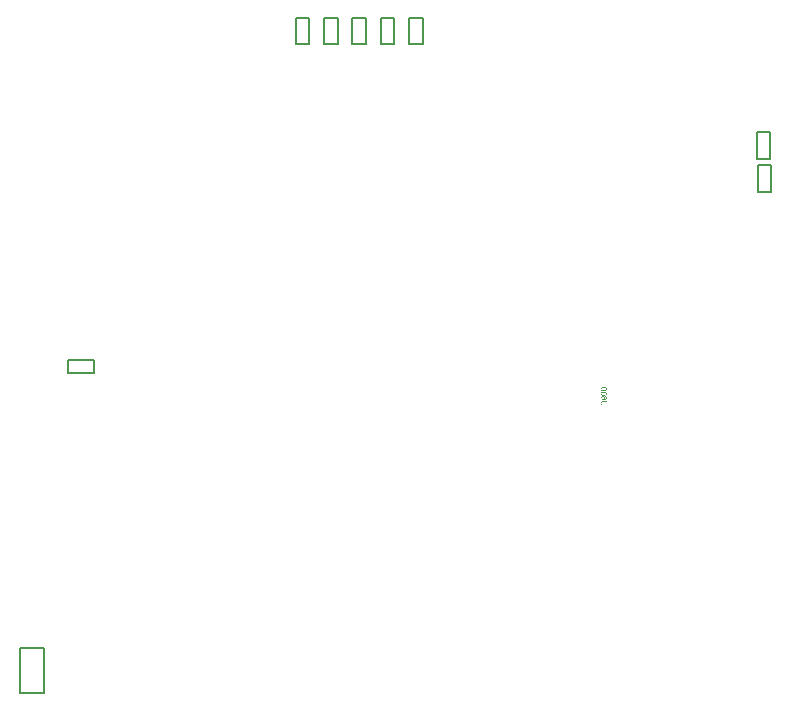
<source format=gbr>
%FSTAX23Y23*%
%MOIN*%
%SFA1B1*%

%IPPOS*%
%ADD139C,0.007874*%
%LNx98_carrier_v1r2_12082022_bottom_assembly-1*%
%LPD*%
G36*
X0213Y01522D02*
X0213D01*
X02131Y01522*
X02131Y01522*
X02132Y01522*
X02132Y01522*
X02132Y01522*
X02133Y01522*
X02133Y01522*
X02133Y01522*
X02133Y01522*
X02133Y01522*
X02133Y01522*
X02133Y01522*
X02133*
X02134Y01522*
X02135Y01522*
X02135Y01521*
X02136Y01521*
X02136Y01521*
X02136Y01521*
X02136Y01521*
X02136Y01521*
X02137Y0152*
X02137Y0152*
X02137Y0152*
X02138Y01519*
X02138Y01519*
X02138Y01519*
X02138Y01519*
X02138Y01519*
Y01519*
X02138Y01518*
X02139Y01518*
X02139Y01517*
X02139Y01517*
X02139Y01517*
X02139Y01516*
Y01516*
X02139Y01515*
X02139Y01515*
X02138Y01514*
X02138Y01514*
X02138Y01513*
X02138Y01513*
X02138Y01513*
X02138Y01513*
X02138Y01513*
X02138Y01513*
Y01513*
X02137Y01512*
X02137Y01512*
X02136Y01511*
X02136Y01511*
X02135Y01511*
X02135Y01511*
X02135Y01511*
X02135Y01511*
X02135Y01511*
X02134Y01511*
X02134*
X02134Y0151*
X02134Y0151*
X02133Y0151*
X02132Y0151*
X02131Y0151*
X02131Y0151*
X0213Y0151*
X0213*
X0213Y0151*
X02129*
X02129*
X02129*
X02129*
X02128Y0151*
X02127Y0151*
X02126Y0151*
X02125Y0151*
X02125Y0151*
X02124Y0151*
X02124Y01511*
X02123Y01511*
X02123Y01511*
X02122Y01511*
X02122Y01511*
X02122Y01511*
X02121Y01512*
X02121Y01512*
X02121Y01512*
X02121Y01512*
X02121Y01512*
X02121Y01512*
X0212Y01513*
X0212Y01513*
X0212Y01513*
X0212Y01514*
X0212Y01514*
X02119Y01514*
X02119Y01515*
X02119Y01515*
X02119Y01515*
X02119Y01516*
X02119Y01516*
Y01516*
X02119Y01517*
X02119Y01518*
X0212Y01518*
X0212Y01519*
X0212Y01519*
X0212Y01519*
X0212Y01519*
X0212Y01519*
X0212Y01519*
X0212Y0152*
Y0152*
X02121Y0152*
X02121Y0152*
X02122Y01521*
X02122Y01521*
X02123Y01521*
X02123Y01521*
X02123Y01521*
X02123Y01522*
X02123Y01522*
X02123Y01522*
X02124*
X02124Y01522*
X02124Y01522*
X02125Y01522*
X02126Y01522*
X02127Y01522*
X02127Y01522*
X02128Y01522*
X02128*
X02128Y01522*
X02129*
X02129*
X02129*
X02129*
X02129*
X0213Y01522*
G37*
G36*
Y01507D02*
X0213D01*
X02131Y01507*
X02131Y01507*
X02132Y01507*
X02132Y01507*
X02132Y01507*
X02133Y01507*
X02133Y01507*
X02133Y01507*
X02133Y01507*
X02133Y01507*
X02133Y01507*
X02133Y01507*
X02133*
X02134Y01507*
X02135Y01507*
X02135Y01506*
X02136Y01506*
X02136Y01506*
X02136Y01506*
X02136Y01506*
X02136Y01506*
X02137Y01506*
X02137Y01505*
X02137Y01505*
X02138Y01505*
X02138Y01504*
X02138Y01504*
X02138Y01504*
X02138Y01504*
Y01504*
X02138Y01503*
X02139Y01503*
X02139Y01503*
X02139Y01502*
X02139Y01502*
X02139Y01501*
Y01501*
X02139Y015*
X02139Y015*
X02138Y01499*
X02138Y01499*
X02138Y01498*
X02138Y01498*
X02138Y01498*
X02138Y01498*
X02138Y01498*
X02138Y01498*
Y01498*
X02137Y01497*
X02137Y01497*
X02136Y01496*
X02136Y01496*
X02135Y01496*
X02135Y01496*
X02135Y01496*
X02135Y01496*
X02135Y01496*
X02134Y01496*
X02134*
X02134Y01496*
X02134Y01495*
X02133Y01495*
X02132Y01495*
X02131Y01495*
X02131Y01495*
X0213Y01495*
X0213*
X0213Y01495*
X02129*
X02129*
X02129*
X02129*
X02128Y01495*
X02127Y01495*
X02126Y01495*
X02125Y01495*
X02125Y01495*
X02124Y01496*
X02124Y01496*
X02123Y01496*
X02123Y01496*
X02122Y01496*
X02122Y01496*
X02122Y01496*
X02121Y01497*
X02121Y01497*
X02121Y01497*
X02121Y01497*
X02121Y01497*
X02121Y01497*
X0212Y01498*
X0212Y01498*
X0212Y01499*
X0212Y01499*
X0212Y01499*
X02119Y015*
X02119Y015*
X02119Y015*
X02119Y015*
X02119Y01501*
X02119Y01501*
Y01501*
X02119Y01502*
X02119Y01503*
X0212Y01503*
X0212Y01504*
X0212Y01504*
X0212Y01504*
X0212Y01504*
X0212Y01505*
X0212Y01505*
X0212Y01505*
Y01505*
X02121Y01505*
X02121Y01506*
X02122Y01506*
X02122Y01506*
X02123Y01506*
X02123Y01507*
X02123Y01507*
X02123Y01507*
X02123Y01507*
X02123Y01507*
X02124*
X02124Y01507*
X02124Y01507*
X02125Y01507*
X02126Y01507*
X02127Y01507*
X02127Y01507*
X02128Y01507*
X02128*
X02128Y01507*
X02129*
X02129*
X02129*
X02129*
X02129*
X0213Y01507*
G37*
G36*
X02126Y01493D02*
X02127Y01493D01*
X02127Y01492*
X02128Y01492*
X02128Y01492*
X02128Y01492*
X02129Y01492*
X02129Y01492*
X02129Y01492*
X0213Y01491*
X0213Y01491*
X0213Y01491*
X0213Y01491*
X0213Y01491*
X0213Y01491*
X0213Y01491*
X02131Y01491*
X02131Y0149*
X02131Y0149*
X02131Y0149*
X02131Y01489*
X02132Y01489*
X02132Y01488*
X02132Y01488*
X02132Y01488*
X02132Y01488*
X02132Y01487*
X02132Y01487*
Y01487*
X02132Y01486*
X02132Y01486*
X02132Y01486*
X02132Y01485*
X02132Y01485*
X02131Y01485*
X02131Y01484*
X02131Y01484*
Y01484*
X02131Y01484*
X02131Y01483*
X0213Y01483*
X0213Y01483*
X0213Y01483*
X0213Y01482*
X02129Y01482*
X02129Y01482*
X0213*
X0213Y01482*
X02131Y01482*
X02131Y01482*
X02132Y01482*
X02132Y01482*
X02132Y01483*
X02133Y01483*
X02133Y01483*
X02133Y01483*
X02133Y01483*
X02134Y01483*
X02134Y01483*
X02134Y01483*
X02134Y01483*
X02134*
X02134Y01483*
X02135Y01483*
X02135Y01484*
X02136Y01484*
X02136Y01484*
X02136Y01484*
X02136Y01485*
X02136Y01485*
X02136Y01485*
X02137Y01485*
X02137Y01486*
X02137Y01486*
X02137Y01486*
X02137Y01486*
Y01487*
X02137Y01487*
X02137Y01488*
X02137Y01488*
X02136Y01488*
X02136Y01489*
X02136Y01489*
X02136Y01489*
X02136Y01489*
X02136Y01489*
X02135Y01489*
X02135Y0149*
X02135Y0149*
X02134Y0149*
X02134Y0149*
X02134Y0149*
X02134Y0149*
X02134*
X02134Y01492*
X02135Y01492*
X02135Y01492*
X02136Y01492*
X02137Y01491*
X02137Y01491*
X02137Y01491*
X02137Y01491*
X02137Y01491*
X02137Y01491*
X02137Y01491*
X02138Y01491*
X02138Y0149*
X02138Y0149*
X02138Y01489*
X02138Y01489*
X02139Y01488*
X02139Y01488*
X02139Y01487*
Y01487*
X02139Y01487*
Y01487*
X02139Y01486*
X02139Y01486*
X02139Y01485*
X02138Y01485*
X02138Y01484*
X02138Y01484*
X02138Y01484*
X02138Y01483*
X02137Y01483*
X02137Y01483*
X02137Y01482*
X02137Y01482*
X02137Y01482*
X02137Y01482*
X02137Y01482*
X02137Y01482*
X02136Y01482*
X02135Y01481*
X02135Y01481*
X02134Y01481*
X02134Y01481*
X02133Y0148*
X02132Y0148*
X02132Y0148*
X02131Y0148*
X0213Y0148*
X0213Y0148*
X02129Y0148*
X02129*
X02129Y0148*
X02129*
X02129*
X02129*
X02128*
X02128Y0148*
X02127Y0148*
X02126Y0148*
X02125Y0148*
X02125Y0148*
X02124Y0148*
X02124Y01481*
X02123Y01481*
X02123Y01481*
X02122Y01481*
X02122Y01481*
X02122Y01481*
X02122Y01482*
X02121Y01482*
X02121Y01482*
X02121Y01482*
X02121Y01482*
X02121Y01483*
X0212Y01483*
X0212Y01483*
X0212Y01484*
X0212Y01484*
X0212Y01484*
X02119Y01485*
X02119Y01485*
X02119Y01486*
X02119Y01486*
X02119Y01486*
Y01486*
X02119Y01486*
Y01487*
X02119Y01487*
X02119Y01488*
X02119Y01488*
X0212Y01489*
X0212Y01489*
X0212Y01489*
X0212Y0149*
X0212Y0149*
X0212Y0149*
Y0149*
X0212Y0149*
X02121Y01491*
X02121Y01491*
X02121Y01491*
X02122Y01491*
X02122Y01492*
X02122Y01492*
X02122Y01492*
X02122Y01492*
X02122*
X02123Y01492*
X02124Y01492*
X02124Y01492*
X02125Y01492*
X02125Y01493*
X02125*
X02125Y01493*
X02126*
X02126*
X02126*
X02126*
X02126Y01493*
G37*
G36*
X02139Y01474D02*
X02128D01*
X02127*
X02126Y01474*
X02126Y01474*
X02125Y01474*
X02125Y01474*
X02124Y01474*
X02124Y01474*
X02124Y01474*
X02124Y01474*
X02123Y01473*
X02123Y01473*
X02123Y01473*
X02123Y01473*
X02123Y01473*
X02123Y01473*
X02123Y01473*
X02123Y01473*
X02122Y01472*
X02122Y01472*
X02122Y01471*
X02122Y01471*
X02122Y0147*
X02122Y0147*
Y01469*
X02121Y01469*
Y01469*
X02122Y01468*
X02122Y01468*
X02122Y01467*
X02122Y01467*
X02122Y01467*
X02122Y01466*
X02122Y01466*
X02122Y01466*
X02122Y01466*
X02123Y01466*
X02123Y01465*
X02123Y01465*
X02124Y01465*
X02124Y01465*
X02124Y01465*
X02124Y01465*
X02124Y01465*
X02124Y01465*
X02125Y01464*
X02126Y01464*
X02126Y01464*
X02127Y01464*
X02127*
X02127Y01464*
X02127*
X02128*
X02128*
X02128*
X02139*
Y01462*
X02128*
X02127*
X02127Y01462*
X02126Y01462*
X02126Y01462*
X02125Y01462*
X02125Y01462*
X02124Y01462*
X02124Y01462*
X02124Y01462*
X02124Y01462*
X02123Y01462*
X02123Y01462*
X02123Y01462*
X02123Y01462*
X02123Y01462*
X02123*
X02122Y01463*
X02122Y01463*
X02121Y01463*
X02121Y01464*
X0212Y01464*
X0212Y01465*
X0212Y01465*
X0212Y01465*
X0212Y01465*
Y01465*
X0212Y01466*
X0212Y01466*
X02119Y01467*
X02119Y01468*
X02119Y01468*
X02119Y01468*
X02119Y01469*
Y01469*
X02119Y01469*
Y01469*
X02119Y0147*
X02119Y01471*
X02119Y01471*
X02119Y01472*
X0212Y01472*
X0212Y01472*
X0212Y01473*
X0212Y01473*
X0212Y01473*
X0212Y01473*
X0212Y01473*
X0212Y01474*
X0212Y01474*
X0212Y01474*
Y01474*
X02121Y01474*
X02121Y01475*
X02122Y01475*
X02122Y01476*
X02122Y01476*
X02123Y01476*
X02123Y01476*
X02123Y01476*
X02123Y01476*
X02123*
X02123Y01476*
X02124Y01476*
X02124Y01476*
X02125Y01477*
X02126Y01477*
X02126Y01477*
X02127Y01477*
X02127*
X02127Y01477*
X02127*
X02127*
X02128*
X02128*
X02139*
Y01474*
G37*
%LNx98_carrier_v1r2_12082022_bottom_assembly-2*%
%LPC*%
G36*
X02129Y0152D02*
X02129D01*
X02129*
X02129*
X02129*
X02128*
X02127Y0152*
X02127Y0152*
X02126Y0152*
X02125Y0152*
X02125Y0152*
X02124Y01519*
X02124Y01519*
X02124Y01519*
X02123Y01519*
X02123Y01519*
X02123Y01519*
X02123Y01519*
X02123Y01519*
X02123Y01519*
X02123*
X02122Y01519*
X02122Y01518*
X02122Y01518*
X02122Y01518*
X02122Y01517*
X02121Y01517*
X02121Y01517*
X02121Y01516*
X02121Y01516*
Y01516*
X02121Y01516*
X02121Y01516*
X02121Y01515*
X02122Y01515*
X02122Y01514*
X02122Y01514*
X02122Y01514*
X02123Y01513*
X02123Y01513*
X02123*
X02123Y01513*
X02123Y01513*
X02124Y01513*
X02124Y01513*
X02125Y01513*
X02125Y01513*
X02126Y01512*
X02127Y01512*
X02127Y01512*
X02128Y01512*
X02128*
X02129Y01512*
X02129*
X02129*
X02129*
X0213Y01512*
X02131Y01512*
X02131Y01512*
X02132Y01512*
X02133Y01513*
X02133Y01513*
X02134Y01513*
X02134Y01513*
X02134Y01513*
X02135Y01513*
X02135Y01513*
X02135Y01513*
X02135Y01513*
X02135Y01513*
X02135Y01513*
X02135*
X02136Y01514*
X02136Y01514*
X02136Y01514*
X02136Y01514*
X02137Y01515*
X02137Y01515*
X02137Y01515*
X02137Y01516*
X02137Y01516*
Y01516*
X02137Y01516*
X02137Y01517*
X02137Y01517*
X02137Y01517*
X02136Y01518*
X02136Y01518*
X02136Y01518*
X02136Y01519*
X02135Y01519*
X02135Y01519*
X02135Y01519*
X02135*
X02135Y01519*
X02135Y01519*
X02134Y01519*
X02134Y01519*
X02133Y0152*
X02133Y0152*
X02132Y0152*
X02131Y0152*
X02131Y0152*
X0213Y0152*
X0213*
X02129Y0152*
G37*
G36*
Y01505D02*
X02129D01*
X02129*
X02129*
X02129*
X02128*
X02127Y01505*
X02127Y01505*
X02126Y01505*
X02125Y01505*
X02125Y01505*
X02124Y01505*
X02124Y01504*
X02124Y01504*
X02123Y01504*
X02123Y01504*
X02123Y01504*
X02123Y01504*
X02123Y01504*
X02123Y01504*
X02123*
X02122Y01504*
X02122Y01503*
X02122Y01503*
X02122Y01503*
X02122Y01503*
X02121Y01502*
X02121Y01502*
X02121Y01501*
X02121Y01501*
Y01501*
X02121Y01501*
X02121Y01501*
X02121Y015*
X02122Y015*
X02122Y01499*
X02122Y01499*
X02122Y01499*
X02123Y01498*
X02123Y01498*
X02123*
X02123Y01498*
X02123Y01498*
X02124Y01498*
X02124Y01498*
X02125Y01498*
X02125Y01498*
X02126Y01497*
X02127Y01497*
X02127Y01497*
X02128Y01497*
X02128*
X02129Y01497*
X02129*
X02129*
X02129*
X0213Y01497*
X02131Y01497*
X02131Y01497*
X02132Y01498*
X02133Y01498*
X02133Y01498*
X02134Y01498*
X02134Y01498*
X02134Y01498*
X02135Y01498*
X02135Y01498*
X02135Y01498*
X02135Y01498*
X02135Y01498*
X02135Y01499*
X02135*
X02136Y01499*
X02136Y01499*
X02136Y01499*
X02136Y01499*
X02137Y015*
X02137Y015*
X02137Y01501*
X02137Y01501*
X02137Y01501*
Y01501*
X02137Y01501*
X02137Y01502*
X02137Y01502*
X02137Y01502*
X02136Y01503*
X02136Y01503*
X02136Y01503*
X02136Y01504*
X02135Y01504*
X02135Y01504*
X02135Y01504*
X02135*
X02135Y01504*
X02135Y01504*
X02134Y01504*
X02134Y01505*
X02133Y01505*
X02133Y01505*
X02132Y01505*
X02131Y01505*
X02131Y01505*
X0213Y01505*
X0213*
X02129Y01505*
G37*
G36*
X02126Y0149D02*
X02126D01*
X02126*
X02126*
X02125Y0149*
X02124Y0149*
X02124Y0149*
X02123Y0149*
X02123Y01489*
X02123Y01489*
X02122Y01489*
X02122Y01489*
X02122*
X02122Y01489*
X02122Y01489*
X02122Y01488*
X02121Y01488*
X02121Y01487*
X02121Y01487*
X02121Y01487*
X02121Y01487*
Y01487*
X02121Y01486*
X02121Y01486*
X02121Y01485*
X02121Y01485*
X02122Y01485*
X02122Y01485*
X02122Y01485*
X02122Y01485*
X02122Y01484*
X02122Y01484*
X02123Y01484*
X02123Y01484*
X02123Y01483*
X02123Y01483*
X02123Y01483*
X02123Y01483*
X02124Y01483*
X02124Y01483*
X02125Y01483*
X02125Y01483*
X02125Y01483*
X02126Y01483*
X02126*
X02126*
X02126Y01483*
X02127Y01483*
X02128Y01483*
X02128Y01483*
X02128Y01483*
X02129Y01484*
X02129Y01484*
X02129Y01484*
X02129Y01484*
X02129Y01485*
X0213Y01485*
X0213Y01486*
X0213Y01486*
X0213Y01486*
X0213Y01486*
Y01486*
X0213Y01487*
X0213Y01488*
X0213Y01488*
X02129Y01488*
X02129Y01489*
X02129Y01489*
X02129Y01489*
X02129Y01489*
X02128Y01489*
X02128Y0149*
X02127Y0149*
X02127Y0149*
X02126Y0149*
X02126Y0149*
X02126*
X02126Y0149*
G37*
%LNx98_carrier_v1r2_12082022_bottom_assembly-3*%
%LPD*%
G54D139*
X01242Y02666D02*
Y02753D01*
X01196D02*
X01242D01*
X01196Y02666D02*
Y02753D01*
Y02666D02*
X01242D01*
X00183Y00504D02*
X00262D01*
X00183D02*
Y00655D01*
X00262*
Y00504D02*
Y00655D01*
X00342Y01569D02*
Y01614D01*
X00429*
Y01569D02*
Y01614D01*
X00342Y01569D02*
X00429D01*
X01291Y02753D02*
X01336D01*
Y02666D02*
Y02753D01*
X01291Y02666D02*
X01336D01*
X01291D02*
Y02753D01*
X02642Y02175D02*
X02687D01*
X02642D02*
Y02262D01*
X02687*
Y02175D02*
Y02262D01*
X02638Y02372D02*
X02683D01*
Y02285D02*
Y02372D01*
X02638Y02285D02*
X02683D01*
X02638D02*
Y02372D01*
X0148Y02666D02*
X01525D01*
X0148D02*
Y02753D01*
X01525*
Y02666D02*
Y02753D01*
X01385Y02666D02*
X01431D01*
X01385D02*
Y02753D01*
X01431*
Y02666D02*
Y02753D01*
X01102Y02666D02*
X01147D01*
X01102D02*
Y02753D01*
X01147*
Y02666D02*
Y02753D01*
M02*
</source>
